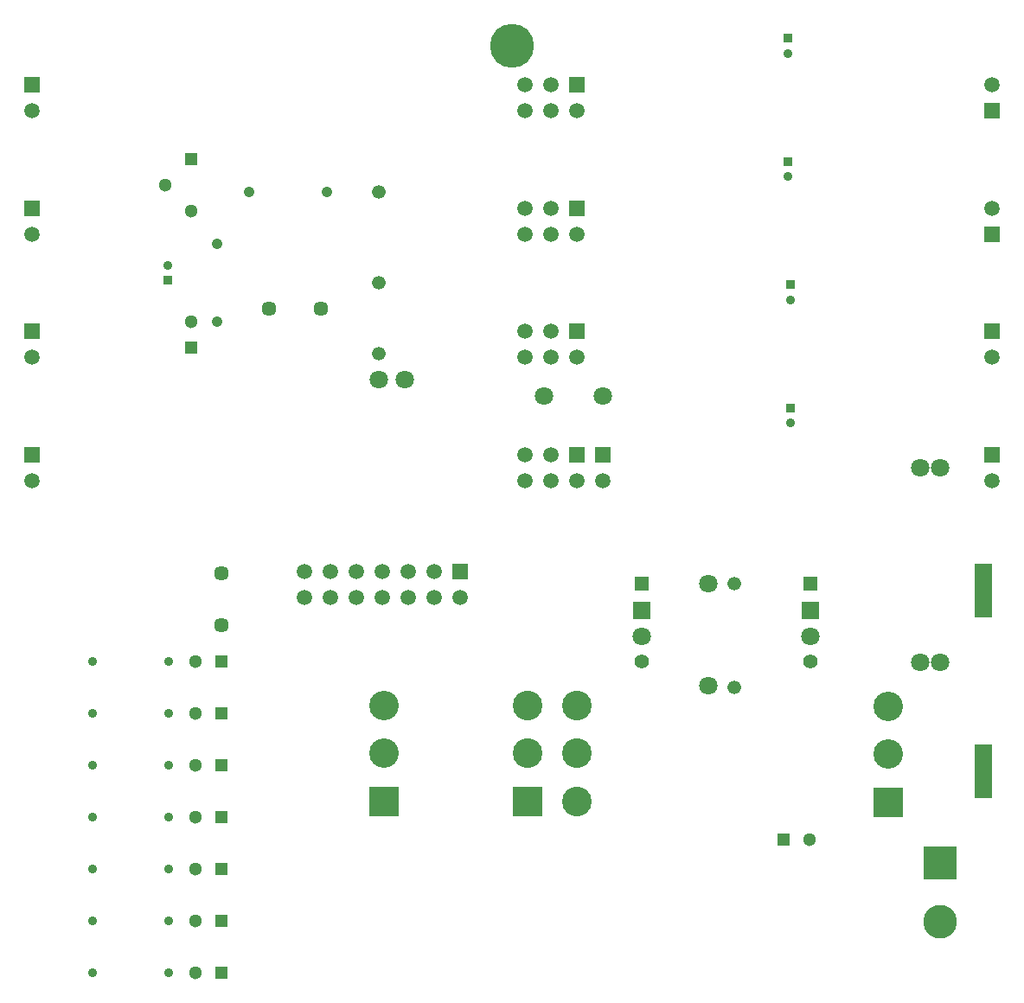
<source format=gbr>
G04 DipTrace 4.3.0.5*
G04 BottomPaste.gbr*
%MOMM*%
G04 #@! TF.FileFunction,Paste,Bot*
G04 #@! TF.Part,Single*
%ADD33C,1.5*%
%ADD34R,1.5X1.5*%
%ADD71C,1.07*%
%ADD73C,1.07*%
%ADD75C,1.8*%
%ADD77R,1.8X1.8*%
%ADD78R,1.3X1.3*%
%ADD79R,0.9X0.9*%
%ADD81C,4.3*%
%ADD83C,1.45*%
%ADD85C,1.8*%
%ADD86C,1.3*%
%ADD87C,0.9*%
%ADD88C,3.3*%
%ADD89C,2.9*%
%ADD90R,3.3X3.3*%
%ADD91R,2.9X2.9*%
%ADD93C,2.88*%
%ADD95R,2.88X2.88*%
%ADD97R,1.8X2.8*%
%ADD101C,1.324*%
%ADD103C,1.324*%
%ADD107C,1.49*%
%ADD109R,1.49X1.49*%
%ADD110C,1.4*%
%ADD111R,1.4X1.4*%
%FSLAX35Y35*%
G04*
G71*
G90*
G75*
G01*
G04 BotPaste*
%LPD*%
D111*
X2918880Y-563753D3*
D110*
Y-1325753D3*
D111*
X1270000Y-563753D3*
D110*
Y-1325753D3*
D109*
X-4699000Y4318000D3*
D107*
Y4064000D3*
D34*
X635000Y4318000D3*
D33*
Y4064000D3*
X381000Y4318000D3*
Y4064000D3*
X127000Y4318000D3*
Y4064000D3*
D86*
X2912063Y-3076367D3*
D78*
X2658063D3*
D103*
X2172753Y-1579753D3*
D101*
Y-563753D3*
D88*
X4191000Y-3873500D3*
D90*
Y-3302000D3*
D97*
X4617503Y-762000D3*
Y-508000D3*
Y-2532253D3*
Y-2278253D3*
D34*
X-508000Y-444500D3*
D33*
Y-698500D3*
X-762000Y-444500D3*
Y-698500D3*
X-1016000Y-444500D3*
Y-698500D3*
X-1270000Y-444500D3*
Y-698500D3*
X-1524000Y-444500D3*
Y-698500D3*
X-1778000Y-444500D3*
Y-698500D3*
X-2032000Y-444500D3*
Y-698500D3*
D86*
X-3097747Y-1325753D3*
D78*
X-2843747D3*
D95*
X-1256247Y-2699553D3*
D93*
Y-2229553D3*
Y-1759553D3*
D91*
X153253Y-2699553D3*
D89*
Y-2229553D3*
Y-1759553D3*
X636253D3*
Y-2229553D3*
Y-2699553D3*
D87*
X-4107747Y-1325753D3*
X-3357747D3*
X-4107747Y-1833753D3*
X-3357747D3*
X-4107747Y-2341753D3*
X-3357747D3*
X-4107747Y-2849753D3*
X-3357747D3*
X-4107747Y-3357753D3*
X-3357747D3*
X-4107747Y-3865753D3*
X-3357747D3*
X-4107747Y-4373753D3*
X-3357747D3*
D86*
X-3097747Y-1833753D3*
D78*
X-2843747D3*
D86*
X-3097747Y-2341753D3*
D78*
X-2843747D3*
D86*
X-3097747Y-2849753D3*
D78*
X-2843747D3*
D86*
X-3097747Y-3357753D3*
D78*
X-2843747D3*
D86*
X-3097747Y-3865753D3*
D78*
X-2843747D3*
D86*
X-3097747Y-4373753D3*
D78*
X-2843747D3*
D85*
X1918753Y-563753D3*
Y-1564500D3*
D83*
X-2843747Y-976503D3*
Y-468503D3*
D95*
X3685267Y-2707300D3*
D93*
Y-2237300D3*
Y-1767300D3*
D81*
X0Y4699000D3*
D109*
X-4699000Y3111500D3*
D107*
Y2857500D3*
D34*
X635000Y3111500D3*
D33*
Y2857500D3*
X381000Y3111500D3*
Y2857500D3*
X127000Y3111500D3*
Y2857500D3*
D79*
X2698750Y3567500D3*
D87*
Y3417500D3*
D79*
X2730500Y1154500D3*
D87*
Y1004500D3*
D79*
X2698750Y4774000D3*
D87*
Y4624000D3*
D34*
X635000Y1905000D3*
D33*
Y1651000D3*
X381000Y1905000D3*
Y1651000D3*
X127000Y1905000D3*
Y1651000D3*
D79*
X2730500Y2361000D3*
D87*
Y2211000D3*
D109*
X4699000Y2857500D3*
D107*
Y3111500D3*
D109*
X-4699000Y1905000D3*
D107*
Y1651000D3*
D109*
X4699000Y1905000D3*
D107*
Y1651000D3*
D109*
Y4064000D3*
D107*
Y4318000D3*
D109*
X-4699000Y698500D3*
D107*
Y444500D3*
D34*
X635000Y698500D3*
D33*
Y444500D3*
X381000Y698500D3*
Y444500D3*
X127000Y698500D3*
Y444500D3*
D109*
X4699000Y698500D3*
D107*
Y444500D3*
D77*
X1270000Y-825500D3*
X2921000D3*
D75*
X1270000Y-1079500D3*
X2921000D3*
D83*
X-2381250Y2127250D3*
X-1873250D3*
D86*
X-3143250Y2000250D3*
D78*
Y1746250D3*
D73*
X-1809750Y3270250D3*
D71*
X-2571750D3*
D78*
X-3143250Y3587750D3*
D86*
X-3397250Y3333750D3*
X-3143250Y3079750D3*
D73*
X-2889250Y2000250D3*
D71*
Y2762250D3*
D103*
X-1301750Y3270250D3*
Y1682750D3*
Y2381250D3*
D75*
Y1428750D3*
X-1047750D3*
D79*
X-3365500Y2401500D3*
D87*
Y2551500D3*
D109*
X889000Y698500D3*
D107*
Y444500D3*
D75*
X317500Y1270000D3*
X889000D3*
X4191000Y-1333500D3*
Y571500D3*
X4000500Y-1333500D3*
Y571500D3*
M02*

</source>
